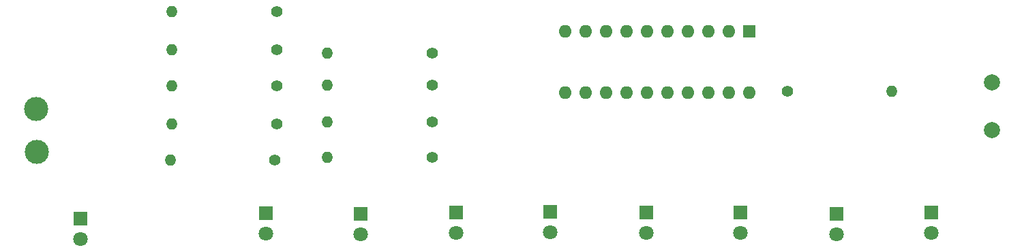
<source format=gbs>
%TF.GenerationSoftware,KiCad,Pcbnew,5.1.9+dfsg1-1*%
%TF.CreationDate,2021-09-18T19:11:01-05:00*%
%TF.ProjectId,larson_scanner,6c617273-6f6e-45f7-9363-616e6e65722e,rev?*%
%TF.SameCoordinates,Original*%
%TF.FileFunction,Soldermask,Bot*%
%TF.FilePolarity,Negative*%
%FSLAX46Y46*%
G04 Gerber Fmt 4.6, Leading zero omitted, Abs format (unit mm)*
G04 Created by KiCad (PCBNEW 5.1.9+dfsg1-1) date 2021-09-18 19:11:01*
%MOMM*%
%LPD*%
G01*
G04 APERTURE LIST*
%ADD10C,3.000000*%
%ADD11C,1.800000*%
%ADD12R,1.800000X1.800000*%
%ADD13C,1.400000*%
%ADD14O,1.400000X1.400000*%
%ADD15C,2.000000*%
%ADD16O,1.600000X1.600000*%
%ADD17R,1.600000X1.600000*%
G04 APERTURE END LIST*
D10*
%TO.C,REF\u002A\u002A*%
X93645560Y-87825420D03*
X93620160Y-82514280D03*
%TD*%
D11*
%TO.C,D4*%
X145710000Y-97890000D03*
D12*
X145710000Y-95350000D03*
%TD*%
D13*
%TO.C,R1*%
X123430000Y-70400000D03*
D14*
X110430000Y-70400000D03*
%TD*%
D15*
%TO.C,SW1*%
X212260000Y-85170000D03*
X212260000Y-79170000D03*
%TD*%
D16*
%TO.C,U1*%
X182110000Y-80460000D03*
X159250000Y-72840000D03*
X179570000Y-80460000D03*
X161790000Y-72840000D03*
X177030000Y-80460000D03*
X164330000Y-72840000D03*
X174490000Y-80460000D03*
X166870000Y-72840000D03*
X171950000Y-80460000D03*
X169410000Y-72840000D03*
X169410000Y-80460000D03*
X171950000Y-72840000D03*
X166870000Y-80460000D03*
X174490000Y-72840000D03*
X164330000Y-80460000D03*
X177030000Y-72840000D03*
X161790000Y-80460000D03*
X179570000Y-72840000D03*
X159250000Y-80460000D03*
D17*
X182110000Y-72840000D03*
%TD*%
D13*
%TO.C,R9*%
X142750000Y-88550000D03*
D14*
X129750000Y-88550000D03*
%TD*%
D13*
%TO.C,R8*%
X142750000Y-84100000D03*
D14*
X129750000Y-84100000D03*
%TD*%
D13*
%TO.C,R7*%
X142750000Y-79550000D03*
D14*
X129750000Y-79550000D03*
%TD*%
D13*
%TO.C,R6*%
X142750000Y-75550000D03*
D14*
X129750000Y-75550000D03*
%TD*%
D13*
%TO.C,R5*%
X123250000Y-88880000D03*
D14*
X110250000Y-88880000D03*
%TD*%
D13*
%TO.C,R4*%
X123430000Y-84340000D03*
D14*
X110430000Y-84340000D03*
%TD*%
D13*
%TO.C,R3*%
X123430000Y-79660000D03*
D14*
X110430000Y-79660000D03*
%TD*%
D13*
%TO.C,R2*%
X123430000Y-75120000D03*
D14*
X110430000Y-75120000D03*
%TD*%
D11*
%TO.C,D9*%
X204710000Y-97890000D03*
D12*
X204710000Y-95350000D03*
%TD*%
D11*
%TO.C,D8*%
X192980000Y-98060000D03*
D12*
X192980000Y-95520000D03*
%TD*%
D11*
%TO.C,D7*%
X181080000Y-97890000D03*
D12*
X181080000Y-95350000D03*
%TD*%
D11*
%TO.C,D6*%
X169340000Y-97890000D03*
D12*
X169340000Y-95350000D03*
%TD*%
D11*
%TO.C,D5*%
X157440000Y-97800000D03*
D12*
X157440000Y-95260000D03*
%TD*%
D11*
%TO.C,D3*%
X133890000Y-98060000D03*
D12*
X133890000Y-95520000D03*
%TD*%
D11*
%TO.C,D2*%
X122150000Y-97970000D03*
D12*
X122150000Y-95430000D03*
%TD*%
D11*
%TO.C,D1*%
X99100000Y-98640000D03*
D12*
X99100000Y-96100000D03*
%TD*%
D13*
%TO.C,C1*%
X186870000Y-80270000D03*
D14*
X199870000Y-80270000D03*
%TD*%
M02*

</source>
